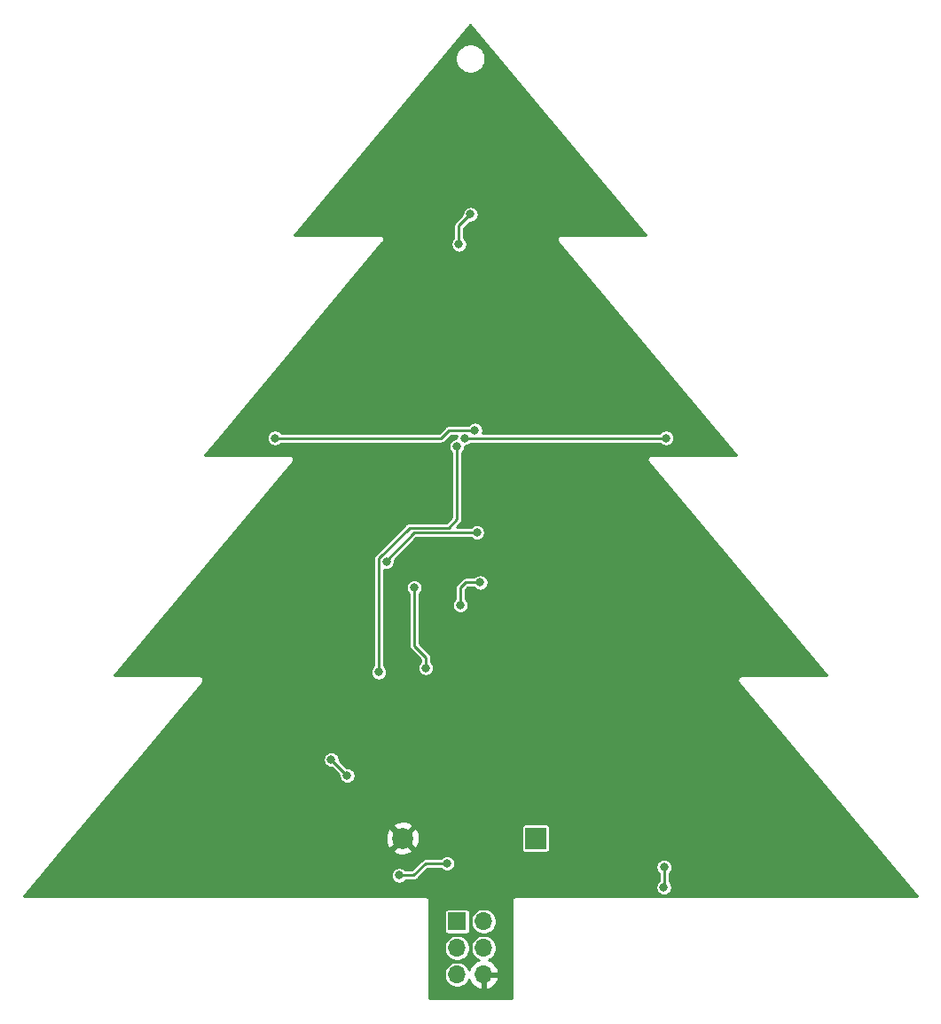
<source format=gbl>
G04 #@! TF.GenerationSoftware,KiCad,Pcbnew,(5.1.10-1-10_14)*
G04 #@! TF.CreationDate,2021-11-27T23:13:30-07:00*
G04 #@! TF.ProjectId,ChristmasTreePCB,43687269-7374-46d6-9173-547265655043,rev?*
G04 #@! TF.SameCoordinates,Original*
G04 #@! TF.FileFunction,Copper,L2,Bot*
G04 #@! TF.FilePolarity,Positive*
%FSLAX46Y46*%
G04 Gerber Fmt 4.6, Leading zero omitted, Abs format (unit mm)*
G04 Created by KiCad (PCBNEW (5.1.10-1-10_14)) date 2021-11-27 23:13:30*
%MOMM*%
%LPD*%
G01*
G04 APERTURE LIST*
G04 #@! TA.AperFunction,ComponentPad*
%ADD10R,1.700000X1.700000*%
G04 #@! TD*
G04 #@! TA.AperFunction,ComponentPad*
%ADD11O,1.700000X1.700000*%
G04 #@! TD*
G04 #@! TA.AperFunction,ComponentPad*
%ADD12R,2.000000X2.000000*%
G04 #@! TD*
G04 #@! TA.AperFunction,ComponentPad*
%ADD13C,2.000000*%
G04 #@! TD*
G04 #@! TA.AperFunction,ViaPad*
%ADD14C,0.800000*%
G04 #@! TD*
G04 #@! TA.AperFunction,Conductor*
%ADD15C,0.254000*%
G04 #@! TD*
G04 #@! TA.AperFunction,Conductor*
%ADD16C,0.100000*%
G04 #@! TD*
G04 APERTURE END LIST*
D10*
X231084200Y-110697000D03*
D11*
X233624200Y-110697000D03*
X231084200Y-113237000D03*
X233624200Y-113237000D03*
X231084200Y-115777000D03*
X233624200Y-115777000D03*
D12*
X238583201Y-102753101D03*
D13*
X225883201Y-102753101D03*
D14*
X225548467Y-106302533D03*
X230124000Y-105156000D03*
X232283000Y-102743000D03*
X233680000Y-76708000D03*
X239522000Y-79375000D03*
X264414000Y-86360000D03*
X272669000Y-107315000D03*
X255905000Y-65405000D03*
X247713500Y-44577000D03*
X217233500Y-44450000D03*
X208788000Y-65405000D03*
X200279000Y-86360000D03*
X191643000Y-107442000D03*
X252603000Y-95123000D03*
X233807000Y-80264000D03*
X235712000Y-101092000D03*
X254889000Y-95250000D03*
X230759000Y-78359000D03*
X221107000Y-97917000D03*
X232359200Y-43230800D03*
X231267000Y-46101000D03*
X231055899Y-65362101D03*
X223608989Y-86906011D03*
X213685400Y-64571600D03*
X232791000Y-63817500D03*
X232971990Y-73606010D03*
X224335990Y-76400010D03*
X251023400Y-64571600D03*
X231782900Y-64571600D03*
X231394000Y-80518000D03*
X233299000Y-78359000D03*
X250837056Y-105524944D03*
X250825000Y-107442000D03*
X219075000Y-95250000D03*
X220599000Y-96774000D03*
X228077900Y-86501100D03*
X226998400Y-78817600D03*
D15*
X225548467Y-106302533D02*
X226945467Y-106302533D01*
X226945467Y-106302533D02*
X228092000Y-105156000D01*
X228092000Y-105156000D02*
X230124000Y-105156000D01*
X232359200Y-43230800D02*
X231267000Y-44323000D01*
X231267000Y-44323000D02*
X231267000Y-46101000D01*
X231055899Y-65362101D02*
X231055899Y-65425601D01*
X231055899Y-72347101D02*
X231055899Y-65362101D01*
X230280981Y-73122019D02*
X231055899Y-72347101D01*
X226538019Y-73122019D02*
X230280981Y-73122019D01*
X223608989Y-76051049D02*
X226538019Y-73122019D01*
X223608989Y-86906011D02*
X223608989Y-76051049D01*
X229560400Y-64571600D02*
X213685400Y-64571600D01*
X230314500Y-63817500D02*
X229560400Y-64571600D01*
X232791000Y-63817500D02*
X230314500Y-63817500D01*
X224335990Y-76400010D02*
X224335990Y-76253990D01*
X226983970Y-73606010D02*
X232971990Y-73606010D01*
X224335990Y-76253990D02*
X226983970Y-73606010D01*
X231782900Y-64571600D02*
X251023400Y-64571600D01*
X231902000Y-78359000D02*
X233299000Y-78359000D01*
X231394000Y-78867000D02*
X231902000Y-78359000D01*
X231394000Y-80518000D02*
X231394000Y-78867000D01*
X250837056Y-107429944D02*
X250825000Y-107442000D01*
X250837056Y-105524944D02*
X250837056Y-107429944D01*
X219075000Y-95250000D02*
X220599000Y-96774000D01*
X228077900Y-85485100D02*
X228077900Y-86501100D01*
X226998400Y-84405600D02*
X228077900Y-85485100D01*
X226998400Y-78817600D02*
X226998400Y-84405600D01*
X249116754Y-45187000D02*
X241024657Y-45187000D01*
X241022579Y-45186609D01*
X240984770Y-45187000D01*
X240966859Y-45187000D01*
X240964758Y-45187207D01*
X240942609Y-45187436D01*
X240925055Y-45191117D01*
X240907210Y-45192875D01*
X240886010Y-45199306D01*
X240864337Y-45203851D01*
X240847849Y-45210882D01*
X240830679Y-45216090D01*
X240811133Y-45226538D01*
X240790771Y-45235220D01*
X240775974Y-45245331D01*
X240760147Y-45253790D01*
X240743016Y-45267849D01*
X240724738Y-45280338D01*
X240712194Y-45293144D01*
X240698326Y-45304526D01*
X240684267Y-45321656D01*
X240668776Y-45337472D01*
X240658973Y-45352476D01*
X240647590Y-45366347D01*
X240637144Y-45385890D01*
X240625035Y-45404425D01*
X240618346Y-45421059D01*
X240609890Y-45436879D01*
X240603459Y-45458079D01*
X240595197Y-45478625D01*
X240591882Y-45496246D01*
X240586675Y-45513410D01*
X240584503Y-45535461D01*
X240580409Y-45557221D01*
X240580594Y-45575147D01*
X240578836Y-45593000D01*
X240581007Y-45615042D01*
X240581236Y-45637191D01*
X240584917Y-45654745D01*
X240586675Y-45672590D01*
X240593106Y-45693790D01*
X240597651Y-45715463D01*
X240604682Y-45731951D01*
X240609890Y-45749121D01*
X240620338Y-45768667D01*
X240629020Y-45789029D01*
X240639131Y-45803827D01*
X240647590Y-45819653D01*
X240661649Y-45836784D01*
X240662834Y-45838518D01*
X240674268Y-45852160D01*
X240698326Y-45881474D01*
X240699967Y-45882821D01*
X257744354Y-66218200D01*
X249652257Y-66218200D01*
X249650179Y-66217809D01*
X249612370Y-66218200D01*
X249594459Y-66218200D01*
X249592358Y-66218407D01*
X249570209Y-66218636D01*
X249552655Y-66222317D01*
X249534810Y-66224075D01*
X249513610Y-66230506D01*
X249491937Y-66235051D01*
X249475449Y-66242082D01*
X249458279Y-66247290D01*
X249438733Y-66257738D01*
X249418371Y-66266420D01*
X249403574Y-66276531D01*
X249387747Y-66284990D01*
X249370616Y-66299049D01*
X249352338Y-66311538D01*
X249339794Y-66324344D01*
X249325926Y-66335726D01*
X249311867Y-66352856D01*
X249296376Y-66368672D01*
X249286573Y-66383676D01*
X249275190Y-66397547D01*
X249264744Y-66417090D01*
X249252635Y-66435625D01*
X249245946Y-66452259D01*
X249237490Y-66468079D01*
X249231059Y-66489279D01*
X249222797Y-66509825D01*
X249219482Y-66527446D01*
X249214275Y-66544610D01*
X249212103Y-66566661D01*
X249208009Y-66588421D01*
X249208194Y-66606347D01*
X249206436Y-66624200D01*
X249208607Y-66646242D01*
X249208836Y-66668391D01*
X249212517Y-66685945D01*
X249214275Y-66703790D01*
X249220706Y-66724990D01*
X249225251Y-66746663D01*
X249232282Y-66763151D01*
X249237490Y-66780321D01*
X249247938Y-66799867D01*
X249256620Y-66820229D01*
X249266731Y-66835027D01*
X249275190Y-66850853D01*
X249289249Y-66867984D01*
X249290434Y-66869718D01*
X249301868Y-66883360D01*
X249325926Y-66912674D01*
X249327567Y-66914021D01*
X266371954Y-87249400D01*
X258279857Y-87249400D01*
X258277779Y-87249009D01*
X258239970Y-87249400D01*
X258222059Y-87249400D01*
X258219958Y-87249607D01*
X258197809Y-87249836D01*
X258180255Y-87253517D01*
X258162410Y-87255275D01*
X258141210Y-87261706D01*
X258119537Y-87266251D01*
X258103049Y-87273282D01*
X258085879Y-87278490D01*
X258066333Y-87288938D01*
X258045971Y-87297620D01*
X258031174Y-87307731D01*
X258015347Y-87316190D01*
X257998216Y-87330249D01*
X257979938Y-87342738D01*
X257967394Y-87355544D01*
X257953526Y-87366926D01*
X257939467Y-87384056D01*
X257923976Y-87399872D01*
X257914173Y-87414876D01*
X257902790Y-87428747D01*
X257892344Y-87448290D01*
X257880235Y-87466825D01*
X257873546Y-87483459D01*
X257865090Y-87499279D01*
X257858659Y-87520479D01*
X257850397Y-87541025D01*
X257847082Y-87558646D01*
X257841875Y-87575810D01*
X257839703Y-87597861D01*
X257835609Y-87619621D01*
X257835794Y-87637547D01*
X257834036Y-87655400D01*
X257836207Y-87677442D01*
X257836436Y-87699591D01*
X257840117Y-87717145D01*
X257841875Y-87734990D01*
X257848306Y-87756190D01*
X257852851Y-87777863D01*
X257859882Y-87794351D01*
X257865090Y-87811521D01*
X257875538Y-87831067D01*
X257884220Y-87851429D01*
X257894331Y-87866227D01*
X257902790Y-87882053D01*
X257916849Y-87899184D01*
X257918034Y-87900918D01*
X257929468Y-87914560D01*
X257953526Y-87943874D01*
X257955167Y-87945221D01*
X274999554Y-108280600D01*
X236697140Y-108280600D01*
X236677200Y-108278636D01*
X236657259Y-108280600D01*
X236597610Y-108286475D01*
X236521079Y-108309690D01*
X236450547Y-108347390D01*
X236388726Y-108398126D01*
X236337990Y-108459947D01*
X236300290Y-108530479D01*
X236277075Y-108607010D01*
X236269236Y-108686600D01*
X236271200Y-108706541D01*
X236271201Y-118034200D01*
X228447200Y-118034200D01*
X228447200Y-115655757D01*
X229853200Y-115655757D01*
X229853200Y-115898243D01*
X229900507Y-116136069D01*
X229993302Y-116360097D01*
X230128020Y-116561717D01*
X230299483Y-116733180D01*
X230501103Y-116867898D01*
X230725131Y-116960693D01*
X230962957Y-117008000D01*
X231205443Y-117008000D01*
X231443269Y-116960693D01*
X231667297Y-116867898D01*
X231868917Y-116733180D01*
X232040380Y-116561717D01*
X232175098Y-116360097D01*
X232219109Y-116253846D01*
X232227375Y-116281099D01*
X232352559Y-116543920D01*
X232526612Y-116777269D01*
X232742845Y-116972178D01*
X232992948Y-117121157D01*
X233267309Y-117218481D01*
X233497200Y-117097814D01*
X233497200Y-115904000D01*
X233751200Y-115904000D01*
X233751200Y-117097814D01*
X233981091Y-117218481D01*
X234255452Y-117121157D01*
X234505555Y-116972178D01*
X234721788Y-116777269D01*
X234895841Y-116543920D01*
X235021025Y-116281099D01*
X235065676Y-116133890D01*
X234944355Y-115904000D01*
X233751200Y-115904000D01*
X233497200Y-115904000D01*
X233477200Y-115904000D01*
X233477200Y-115650000D01*
X233497200Y-115650000D01*
X233497200Y-115630000D01*
X233751200Y-115630000D01*
X233751200Y-115650000D01*
X234944355Y-115650000D01*
X235065676Y-115420110D01*
X235021025Y-115272901D01*
X234895841Y-115010080D01*
X234721788Y-114776731D01*
X234505555Y-114581822D01*
X234255452Y-114432843D01*
X234093032Y-114375228D01*
X234207297Y-114327898D01*
X234408917Y-114193180D01*
X234580380Y-114021717D01*
X234715098Y-113820097D01*
X234807893Y-113596069D01*
X234855200Y-113358243D01*
X234855200Y-113115757D01*
X234807893Y-112877931D01*
X234715098Y-112653903D01*
X234580380Y-112452283D01*
X234408917Y-112280820D01*
X234207297Y-112146102D01*
X233983269Y-112053307D01*
X233745443Y-112006000D01*
X233502957Y-112006000D01*
X233265131Y-112053307D01*
X233041103Y-112146102D01*
X232839483Y-112280820D01*
X232668020Y-112452283D01*
X232533302Y-112653903D01*
X232440507Y-112877931D01*
X232393200Y-113115757D01*
X232393200Y-113358243D01*
X232440507Y-113596069D01*
X232533302Y-113820097D01*
X232668020Y-114021717D01*
X232839483Y-114193180D01*
X233041103Y-114327898D01*
X233155368Y-114375228D01*
X232992948Y-114432843D01*
X232742845Y-114581822D01*
X232526612Y-114776731D01*
X232352559Y-115010080D01*
X232227375Y-115272901D01*
X232219109Y-115300154D01*
X232175098Y-115193903D01*
X232040380Y-114992283D01*
X231868917Y-114820820D01*
X231667297Y-114686102D01*
X231443269Y-114593307D01*
X231205443Y-114546000D01*
X230962957Y-114546000D01*
X230725131Y-114593307D01*
X230501103Y-114686102D01*
X230299483Y-114820820D01*
X230128020Y-114992283D01*
X229993302Y-115193903D01*
X229900507Y-115417931D01*
X229853200Y-115655757D01*
X228447200Y-115655757D01*
X228447200Y-113115757D01*
X229853200Y-113115757D01*
X229853200Y-113358243D01*
X229900507Y-113596069D01*
X229993302Y-113820097D01*
X230128020Y-114021717D01*
X230299483Y-114193180D01*
X230501103Y-114327898D01*
X230725131Y-114420693D01*
X230962957Y-114468000D01*
X231205443Y-114468000D01*
X231443269Y-114420693D01*
X231667297Y-114327898D01*
X231868917Y-114193180D01*
X232040380Y-114021717D01*
X232175098Y-113820097D01*
X232267893Y-113596069D01*
X232315200Y-113358243D01*
X232315200Y-113115757D01*
X232267893Y-112877931D01*
X232175098Y-112653903D01*
X232040380Y-112452283D01*
X231868917Y-112280820D01*
X231667297Y-112146102D01*
X231443269Y-112053307D01*
X231205443Y-112006000D01*
X230962957Y-112006000D01*
X230725131Y-112053307D01*
X230501103Y-112146102D01*
X230299483Y-112280820D01*
X230128020Y-112452283D01*
X229993302Y-112653903D01*
X229900507Y-112877931D01*
X229853200Y-113115757D01*
X228447200Y-113115757D01*
X228447200Y-109847000D01*
X229851357Y-109847000D01*
X229851357Y-111547000D01*
X229858713Y-111621689D01*
X229880499Y-111693508D01*
X229915878Y-111759696D01*
X229963489Y-111817711D01*
X230021504Y-111865322D01*
X230087692Y-111900701D01*
X230159511Y-111922487D01*
X230234200Y-111929843D01*
X231934200Y-111929843D01*
X232008889Y-111922487D01*
X232080708Y-111900701D01*
X232146896Y-111865322D01*
X232204911Y-111817711D01*
X232252522Y-111759696D01*
X232287901Y-111693508D01*
X232309687Y-111621689D01*
X232317043Y-111547000D01*
X232317043Y-110575757D01*
X232393200Y-110575757D01*
X232393200Y-110818243D01*
X232440507Y-111056069D01*
X232533302Y-111280097D01*
X232668020Y-111481717D01*
X232839483Y-111653180D01*
X233041103Y-111787898D01*
X233265131Y-111880693D01*
X233502957Y-111928000D01*
X233745443Y-111928000D01*
X233983269Y-111880693D01*
X234207297Y-111787898D01*
X234408917Y-111653180D01*
X234580380Y-111481717D01*
X234715098Y-111280097D01*
X234807893Y-111056069D01*
X234855200Y-110818243D01*
X234855200Y-110575757D01*
X234807893Y-110337931D01*
X234715098Y-110113903D01*
X234580380Y-109912283D01*
X234408917Y-109740820D01*
X234207297Y-109606102D01*
X233983269Y-109513307D01*
X233745443Y-109466000D01*
X233502957Y-109466000D01*
X233265131Y-109513307D01*
X233041103Y-109606102D01*
X232839483Y-109740820D01*
X232668020Y-109912283D01*
X232533302Y-110113903D01*
X232440507Y-110337931D01*
X232393200Y-110575757D01*
X232317043Y-110575757D01*
X232317043Y-109847000D01*
X232309687Y-109772311D01*
X232287901Y-109700492D01*
X232252522Y-109634304D01*
X232204911Y-109576289D01*
X232146896Y-109528678D01*
X232080708Y-109493299D01*
X232008889Y-109471513D01*
X231934200Y-109464157D01*
X230234200Y-109464157D01*
X230159511Y-109471513D01*
X230087692Y-109493299D01*
X230021504Y-109528678D01*
X229963489Y-109576289D01*
X229915878Y-109634304D01*
X229880499Y-109700492D01*
X229858713Y-109772311D01*
X229851357Y-109847000D01*
X228447200Y-109847000D01*
X228447200Y-108706541D01*
X228449164Y-108686600D01*
X228441325Y-108607010D01*
X228418110Y-108530479D01*
X228380410Y-108459947D01*
X228329674Y-108398126D01*
X228267853Y-108347390D01*
X228197321Y-108309690D01*
X228120790Y-108286475D01*
X228061141Y-108280600D01*
X228061140Y-108280600D01*
X228041200Y-108278636D01*
X228021259Y-108280600D01*
X189718845Y-108280600D01*
X190486202Y-107365078D01*
X250044000Y-107365078D01*
X250044000Y-107518922D01*
X250074013Y-107669809D01*
X250132887Y-107811942D01*
X250218358Y-107939859D01*
X250327141Y-108048642D01*
X250455058Y-108134113D01*
X250597191Y-108192987D01*
X250748078Y-108223000D01*
X250901922Y-108223000D01*
X251052809Y-108192987D01*
X251194942Y-108134113D01*
X251322859Y-108048642D01*
X251431642Y-107939859D01*
X251517113Y-107811942D01*
X251575987Y-107669809D01*
X251606000Y-107518922D01*
X251606000Y-107365078D01*
X251575987Y-107214191D01*
X251517113Y-107072058D01*
X251431642Y-106944141D01*
X251345056Y-106857555D01*
X251345056Y-106121445D01*
X251443698Y-106022803D01*
X251529169Y-105894886D01*
X251588043Y-105752753D01*
X251618056Y-105601866D01*
X251618056Y-105448022D01*
X251588043Y-105297135D01*
X251529169Y-105155002D01*
X251443698Y-105027085D01*
X251334915Y-104918302D01*
X251206998Y-104832831D01*
X251064865Y-104773957D01*
X250913978Y-104743944D01*
X250760134Y-104743944D01*
X250609247Y-104773957D01*
X250467114Y-104832831D01*
X250339197Y-104918302D01*
X250230414Y-105027085D01*
X250144943Y-105155002D01*
X250086069Y-105297135D01*
X250056056Y-105448022D01*
X250056056Y-105601866D01*
X250086069Y-105752753D01*
X250144943Y-105894886D01*
X250230414Y-106022803D01*
X250329056Y-106121445D01*
X250329057Y-106834078D01*
X250327141Y-106835358D01*
X250218358Y-106944141D01*
X250132887Y-107072058D01*
X250074013Y-107214191D01*
X250044000Y-107365078D01*
X190486202Y-107365078D01*
X191441263Y-106225611D01*
X224767467Y-106225611D01*
X224767467Y-106379455D01*
X224797480Y-106530342D01*
X224856354Y-106672475D01*
X224941825Y-106800392D01*
X225050608Y-106909175D01*
X225178525Y-106994646D01*
X225320658Y-107053520D01*
X225471545Y-107083533D01*
X225625389Y-107083533D01*
X225776276Y-107053520D01*
X225918409Y-106994646D01*
X226046326Y-106909175D01*
X226144968Y-106810533D01*
X226920523Y-106810533D01*
X226945467Y-106812990D01*
X226970411Y-106810533D01*
X226970414Y-106810533D01*
X227045052Y-106803182D01*
X227140810Y-106774134D01*
X227229062Y-106726962D01*
X227306415Y-106663481D01*
X227322322Y-106644098D01*
X228302420Y-105664000D01*
X229527499Y-105664000D01*
X229626141Y-105762642D01*
X229754058Y-105848113D01*
X229896191Y-105906987D01*
X230047078Y-105937000D01*
X230200922Y-105937000D01*
X230351809Y-105906987D01*
X230493942Y-105848113D01*
X230621859Y-105762642D01*
X230730642Y-105653859D01*
X230816113Y-105525942D01*
X230874987Y-105383809D01*
X230905000Y-105232922D01*
X230905000Y-105079078D01*
X230874987Y-104928191D01*
X230816113Y-104786058D01*
X230730642Y-104658141D01*
X230621859Y-104549358D01*
X230493942Y-104463887D01*
X230351809Y-104405013D01*
X230200922Y-104375000D01*
X230047078Y-104375000D01*
X229896191Y-104405013D01*
X229754058Y-104463887D01*
X229626141Y-104549358D01*
X229527499Y-104648000D01*
X228116944Y-104648000D01*
X228092000Y-104645543D01*
X228067056Y-104648000D01*
X228067053Y-104648000D01*
X227992415Y-104655351D01*
X227896657Y-104684399D01*
X227808405Y-104731571D01*
X227731052Y-104795052D01*
X227715145Y-104814435D01*
X226735047Y-105794533D01*
X226144968Y-105794533D01*
X226046326Y-105695891D01*
X225918409Y-105610420D01*
X225776276Y-105551546D01*
X225625389Y-105521533D01*
X225471545Y-105521533D01*
X225320658Y-105551546D01*
X225178525Y-105610420D01*
X225050608Y-105695891D01*
X224941825Y-105804674D01*
X224856354Y-105932591D01*
X224797480Y-106074724D01*
X224767467Y-106225611D01*
X191441263Y-106225611D01*
X193400134Y-103888514D01*
X224927393Y-103888514D01*
X225023157Y-104152915D01*
X225312772Y-104293805D01*
X225624309Y-104375485D01*
X225945796Y-104394819D01*
X226264876Y-104351062D01*
X226569289Y-104245896D01*
X226743245Y-104152915D01*
X226839009Y-103888514D01*
X225883201Y-102932706D01*
X224927393Y-103888514D01*
X193400134Y-103888514D01*
X194299332Y-102815696D01*
X224241483Y-102815696D01*
X224285240Y-103134776D01*
X224390406Y-103439189D01*
X224483387Y-103613145D01*
X224747788Y-103708909D01*
X225703596Y-102753101D01*
X226062806Y-102753101D01*
X227018614Y-103708909D01*
X227283015Y-103613145D01*
X227423905Y-103323530D01*
X227505585Y-103011993D01*
X227524919Y-102690506D01*
X227481162Y-102371426D01*
X227375996Y-102067013D01*
X227283015Y-101893057D01*
X227018614Y-101797293D01*
X226062806Y-102753101D01*
X225703596Y-102753101D01*
X224747788Y-101797293D01*
X224483387Y-101893057D01*
X224342497Y-102182672D01*
X224260817Y-102494209D01*
X224241483Y-102815696D01*
X194299332Y-102815696D01*
X195303459Y-101617688D01*
X224927393Y-101617688D01*
X225883201Y-102573496D01*
X226703596Y-101753101D01*
X237200358Y-101753101D01*
X237200358Y-103753101D01*
X237207714Y-103827790D01*
X237229500Y-103899609D01*
X237264879Y-103965797D01*
X237312490Y-104023812D01*
X237370505Y-104071423D01*
X237436693Y-104106802D01*
X237508512Y-104128588D01*
X237583201Y-104135944D01*
X239583201Y-104135944D01*
X239657890Y-104128588D01*
X239729709Y-104106802D01*
X239795897Y-104071423D01*
X239853912Y-104023812D01*
X239901523Y-103965797D01*
X239936902Y-103899609D01*
X239958688Y-103827790D01*
X239966044Y-103753101D01*
X239966044Y-101753101D01*
X239958688Y-101678412D01*
X239936902Y-101606593D01*
X239901523Y-101540405D01*
X239853912Y-101482390D01*
X239795897Y-101434779D01*
X239729709Y-101399400D01*
X239657890Y-101377614D01*
X239583201Y-101370258D01*
X237583201Y-101370258D01*
X237508512Y-101377614D01*
X237436693Y-101399400D01*
X237370505Y-101434779D01*
X237312490Y-101482390D01*
X237264879Y-101540405D01*
X237229500Y-101606593D01*
X237207714Y-101678412D01*
X237200358Y-101753101D01*
X226703596Y-101753101D01*
X226839009Y-101617688D01*
X226743245Y-101353287D01*
X226453630Y-101212397D01*
X226142093Y-101130717D01*
X225820606Y-101111383D01*
X225501526Y-101155140D01*
X225197113Y-101260306D01*
X225023157Y-101353287D01*
X224927393Y-101617688D01*
X195303459Y-101617688D01*
X200705102Y-95173078D01*
X218294000Y-95173078D01*
X218294000Y-95326922D01*
X218324013Y-95477809D01*
X218382887Y-95619942D01*
X218468358Y-95747859D01*
X218577141Y-95856642D01*
X218705058Y-95942113D01*
X218847191Y-96000987D01*
X218998078Y-96031000D01*
X219137580Y-96031000D01*
X219818000Y-96711421D01*
X219818000Y-96850922D01*
X219848013Y-97001809D01*
X219906887Y-97143942D01*
X219992358Y-97271859D01*
X220101141Y-97380642D01*
X220229058Y-97466113D01*
X220371191Y-97524987D01*
X220522078Y-97555000D01*
X220675922Y-97555000D01*
X220826809Y-97524987D01*
X220968942Y-97466113D01*
X221096859Y-97380642D01*
X221205642Y-97271859D01*
X221291113Y-97143942D01*
X221349987Y-97001809D01*
X221380000Y-96850922D01*
X221380000Y-96697078D01*
X221349987Y-96546191D01*
X221291113Y-96404058D01*
X221205642Y-96276141D01*
X221096859Y-96167358D01*
X220968942Y-96081887D01*
X220826809Y-96023013D01*
X220675922Y-95993000D01*
X220536421Y-95993000D01*
X219856000Y-95312580D01*
X219856000Y-95173078D01*
X219825987Y-95022191D01*
X219767113Y-94880058D01*
X219681642Y-94752141D01*
X219572859Y-94643358D01*
X219444942Y-94557887D01*
X219302809Y-94499013D01*
X219151922Y-94469000D01*
X218998078Y-94469000D01*
X218847191Y-94499013D01*
X218705058Y-94557887D01*
X218577141Y-94643358D01*
X218468358Y-94752141D01*
X218382887Y-94880058D01*
X218324013Y-95022191D01*
X218294000Y-95173078D01*
X200705102Y-95173078D01*
X206763236Y-87945219D01*
X206764874Y-87943874D01*
X206788893Y-87914608D01*
X206800366Y-87900919D01*
X206801555Y-87899179D01*
X206815610Y-87882053D01*
X206824067Y-87866231D01*
X206834180Y-87851430D01*
X206842865Y-87831063D01*
X206853310Y-87811521D01*
X206858517Y-87794355D01*
X206865549Y-87777864D01*
X206870095Y-87756188D01*
X206876525Y-87734990D01*
X206878283Y-87717146D01*
X206881964Y-87699591D01*
X206882193Y-87677442D01*
X206884364Y-87655400D01*
X206882606Y-87637547D01*
X206882791Y-87619621D01*
X206878697Y-87597861D01*
X206876525Y-87575810D01*
X206871318Y-87558646D01*
X206868003Y-87541025D01*
X206859741Y-87520479D01*
X206853310Y-87499279D01*
X206844854Y-87483459D01*
X206838165Y-87466825D01*
X206826056Y-87448290D01*
X206815610Y-87428747D01*
X206804227Y-87414876D01*
X206794424Y-87399872D01*
X206778933Y-87384056D01*
X206764874Y-87366926D01*
X206751006Y-87355544D01*
X206738462Y-87342738D01*
X206720184Y-87330249D01*
X206703053Y-87316190D01*
X206687226Y-87307731D01*
X206672429Y-87297620D01*
X206652067Y-87288938D01*
X206632521Y-87278490D01*
X206615351Y-87273282D01*
X206598863Y-87266251D01*
X206577190Y-87261706D01*
X206555990Y-87255275D01*
X206538145Y-87253517D01*
X206520591Y-87249836D01*
X206498442Y-87249607D01*
X206496341Y-87249400D01*
X206478430Y-87249400D01*
X206440620Y-87249009D01*
X206438542Y-87249400D01*
X198346445Y-87249400D01*
X215390836Y-66914019D01*
X215392474Y-66912674D01*
X215416493Y-66883408D01*
X215427966Y-66869719D01*
X215429155Y-66867979D01*
X215443210Y-66850853D01*
X215451667Y-66835031D01*
X215461780Y-66820230D01*
X215470465Y-66799863D01*
X215480910Y-66780321D01*
X215486117Y-66763155D01*
X215493149Y-66746664D01*
X215497695Y-66724988D01*
X215504125Y-66703790D01*
X215505883Y-66685946D01*
X215509564Y-66668391D01*
X215509793Y-66646242D01*
X215511964Y-66624200D01*
X215510206Y-66606347D01*
X215510391Y-66588421D01*
X215506297Y-66566661D01*
X215504125Y-66544610D01*
X215498918Y-66527446D01*
X215495603Y-66509825D01*
X215487341Y-66489279D01*
X215480910Y-66468079D01*
X215472454Y-66452259D01*
X215465765Y-66435625D01*
X215453656Y-66417090D01*
X215443210Y-66397547D01*
X215431827Y-66383676D01*
X215422024Y-66368672D01*
X215406533Y-66352856D01*
X215392474Y-66335726D01*
X215378606Y-66324344D01*
X215366062Y-66311538D01*
X215347784Y-66299049D01*
X215330653Y-66284990D01*
X215314826Y-66276531D01*
X215300029Y-66266420D01*
X215279667Y-66257738D01*
X215260121Y-66247290D01*
X215242951Y-66242082D01*
X215226463Y-66235051D01*
X215204790Y-66230506D01*
X215183590Y-66224075D01*
X215165745Y-66222317D01*
X215148191Y-66218636D01*
X215126042Y-66218407D01*
X215123941Y-66218200D01*
X215106030Y-66218200D01*
X215068220Y-66217809D01*
X215066142Y-66218200D01*
X206974045Y-66218200D01*
X208418639Y-64494678D01*
X212904400Y-64494678D01*
X212904400Y-64648522D01*
X212934413Y-64799409D01*
X212993287Y-64941542D01*
X213078758Y-65069459D01*
X213187541Y-65178242D01*
X213315458Y-65263713D01*
X213457591Y-65322587D01*
X213608478Y-65352600D01*
X213762322Y-65352600D01*
X213913209Y-65322587D01*
X214055342Y-65263713D01*
X214183259Y-65178242D01*
X214281901Y-65079600D01*
X229535456Y-65079600D01*
X229560400Y-65082057D01*
X229585344Y-65079600D01*
X229585347Y-65079600D01*
X229659985Y-65072249D01*
X229755743Y-65043201D01*
X229843995Y-64996029D01*
X229921348Y-64932548D01*
X229937255Y-64913165D01*
X230524921Y-64325500D01*
X231039489Y-64325500D01*
X231031913Y-64343791D01*
X231001900Y-64494678D01*
X231001900Y-64581101D01*
X230978977Y-64581101D01*
X230828090Y-64611114D01*
X230685957Y-64669988D01*
X230558040Y-64755459D01*
X230449257Y-64864242D01*
X230363786Y-64992159D01*
X230304912Y-65134292D01*
X230274899Y-65285179D01*
X230274899Y-65439023D01*
X230304912Y-65589910D01*
X230363786Y-65732043D01*
X230449257Y-65859960D01*
X230547900Y-65958603D01*
X230547899Y-72136681D01*
X230070561Y-72614019D01*
X226562963Y-72614019D01*
X226538019Y-72611562D01*
X226513075Y-72614019D01*
X226513072Y-72614019D01*
X226438434Y-72621370D01*
X226342676Y-72650418D01*
X226301595Y-72672376D01*
X226254423Y-72697590D01*
X226241679Y-72708049D01*
X226177071Y-72761071D01*
X226161169Y-72780448D01*
X223267419Y-75674199D01*
X223248042Y-75690101D01*
X223232140Y-75709478D01*
X223232139Y-75709479D01*
X223184560Y-75767454D01*
X223137389Y-75855706D01*
X223108341Y-75951465D01*
X223098532Y-76051049D01*
X223100990Y-76076003D01*
X223100989Y-86309510D01*
X223002347Y-86408152D01*
X222916876Y-86536069D01*
X222858002Y-86678202D01*
X222827989Y-86829089D01*
X222827989Y-86982933D01*
X222858002Y-87133820D01*
X222916876Y-87275953D01*
X223002347Y-87403870D01*
X223111130Y-87512653D01*
X223239047Y-87598124D01*
X223381180Y-87656998D01*
X223532067Y-87687011D01*
X223685911Y-87687011D01*
X223836798Y-87656998D01*
X223978931Y-87598124D01*
X224106848Y-87512653D01*
X224215631Y-87403870D01*
X224301102Y-87275953D01*
X224359976Y-87133820D01*
X224389989Y-86982933D01*
X224389989Y-86829089D01*
X224359976Y-86678202D01*
X224301102Y-86536069D01*
X224215631Y-86408152D01*
X224116989Y-86309510D01*
X224116989Y-78740678D01*
X226217400Y-78740678D01*
X226217400Y-78894522D01*
X226247413Y-79045409D01*
X226306287Y-79187542D01*
X226391758Y-79315459D01*
X226490400Y-79414101D01*
X226490401Y-84380646D01*
X226487943Y-84405600D01*
X226497752Y-84505184D01*
X226526800Y-84600943D01*
X226573971Y-84689195D01*
X226621550Y-84747170D01*
X226637453Y-84766548D01*
X226656830Y-84782450D01*
X227569900Y-85695520D01*
X227569900Y-85904599D01*
X227471258Y-86003241D01*
X227385787Y-86131158D01*
X227326913Y-86273291D01*
X227296900Y-86424178D01*
X227296900Y-86578022D01*
X227326913Y-86728909D01*
X227385787Y-86871042D01*
X227471258Y-86998959D01*
X227580041Y-87107742D01*
X227707958Y-87193213D01*
X227850091Y-87252087D01*
X228000978Y-87282100D01*
X228154822Y-87282100D01*
X228305709Y-87252087D01*
X228447842Y-87193213D01*
X228575759Y-87107742D01*
X228684542Y-86998959D01*
X228770013Y-86871042D01*
X228828887Y-86728909D01*
X228858900Y-86578022D01*
X228858900Y-86424178D01*
X228828887Y-86273291D01*
X228770013Y-86131158D01*
X228684542Y-86003241D01*
X228585900Y-85904599D01*
X228585900Y-85510044D01*
X228588357Y-85485100D01*
X228585900Y-85460153D01*
X228578549Y-85385515D01*
X228549501Y-85289757D01*
X228502329Y-85201505D01*
X228438848Y-85124152D01*
X228419465Y-85108245D01*
X227506400Y-84195180D01*
X227506400Y-80441078D01*
X230613000Y-80441078D01*
X230613000Y-80594922D01*
X230643013Y-80745809D01*
X230701887Y-80887942D01*
X230787358Y-81015859D01*
X230896141Y-81124642D01*
X231024058Y-81210113D01*
X231166191Y-81268987D01*
X231317078Y-81299000D01*
X231470922Y-81299000D01*
X231621809Y-81268987D01*
X231763942Y-81210113D01*
X231891859Y-81124642D01*
X232000642Y-81015859D01*
X232086113Y-80887942D01*
X232144987Y-80745809D01*
X232175000Y-80594922D01*
X232175000Y-80441078D01*
X232144987Y-80290191D01*
X232086113Y-80148058D01*
X232000642Y-80020141D01*
X231902000Y-79921499D01*
X231902000Y-79077420D01*
X232112421Y-78867000D01*
X232702499Y-78867000D01*
X232801141Y-78965642D01*
X232929058Y-79051113D01*
X233071191Y-79109987D01*
X233222078Y-79140000D01*
X233375922Y-79140000D01*
X233526809Y-79109987D01*
X233668942Y-79051113D01*
X233796859Y-78965642D01*
X233905642Y-78856859D01*
X233991113Y-78728942D01*
X234049987Y-78586809D01*
X234080000Y-78435922D01*
X234080000Y-78282078D01*
X234049987Y-78131191D01*
X233991113Y-77989058D01*
X233905642Y-77861141D01*
X233796859Y-77752358D01*
X233668942Y-77666887D01*
X233526809Y-77608013D01*
X233375922Y-77578000D01*
X233222078Y-77578000D01*
X233071191Y-77608013D01*
X232929058Y-77666887D01*
X232801141Y-77752358D01*
X232702499Y-77851000D01*
X231926943Y-77851000D01*
X231901999Y-77848543D01*
X231877055Y-77851000D01*
X231877053Y-77851000D01*
X231802415Y-77858351D01*
X231706657Y-77887399D01*
X231706655Y-77887400D01*
X231618404Y-77934571D01*
X231563810Y-77979376D01*
X231541052Y-77998052D01*
X231525149Y-78017430D01*
X231052430Y-78490150D01*
X231033053Y-78506052D01*
X231017151Y-78525429D01*
X231017150Y-78525430D01*
X230969571Y-78583405D01*
X230922400Y-78671657D01*
X230908338Y-78718015D01*
X230893352Y-78767416D01*
X230883543Y-78867000D01*
X230886001Y-78891954D01*
X230886000Y-79921499D01*
X230787358Y-80020141D01*
X230701887Y-80148058D01*
X230643013Y-80290191D01*
X230613000Y-80441078D01*
X227506400Y-80441078D01*
X227506400Y-79414101D01*
X227605042Y-79315459D01*
X227690513Y-79187542D01*
X227749387Y-79045409D01*
X227779400Y-78894522D01*
X227779400Y-78740678D01*
X227749387Y-78589791D01*
X227690513Y-78447658D01*
X227605042Y-78319741D01*
X227496259Y-78210958D01*
X227368342Y-78125487D01*
X227226209Y-78066613D01*
X227075322Y-78036600D01*
X226921478Y-78036600D01*
X226770591Y-78066613D01*
X226628458Y-78125487D01*
X226500541Y-78210958D01*
X226391758Y-78319741D01*
X226306287Y-78447658D01*
X226247413Y-78589791D01*
X226217400Y-78740678D01*
X224116989Y-78740678D01*
X224116989Y-77152749D01*
X224259068Y-77181010D01*
X224412912Y-77181010D01*
X224563799Y-77150997D01*
X224705932Y-77092123D01*
X224833849Y-77006652D01*
X224942632Y-76897869D01*
X225028103Y-76769952D01*
X225086977Y-76627819D01*
X225116990Y-76476932D01*
X225116990Y-76323088D01*
X225095143Y-76213257D01*
X227194391Y-74114010D01*
X232375489Y-74114010D01*
X232474131Y-74212652D01*
X232602048Y-74298123D01*
X232744181Y-74356997D01*
X232895068Y-74387010D01*
X233048912Y-74387010D01*
X233199799Y-74356997D01*
X233341932Y-74298123D01*
X233469849Y-74212652D01*
X233578632Y-74103869D01*
X233664103Y-73975952D01*
X233722977Y-73833819D01*
X233752990Y-73682932D01*
X233752990Y-73529088D01*
X233722977Y-73378201D01*
X233664103Y-73236068D01*
X233578632Y-73108151D01*
X233469849Y-72999368D01*
X233341932Y-72913897D01*
X233199799Y-72855023D01*
X233048912Y-72825010D01*
X232895068Y-72825010D01*
X232744181Y-72855023D01*
X232602048Y-72913897D01*
X232474131Y-72999368D01*
X232375489Y-73098010D01*
X231023410Y-73098010D01*
X231397464Y-72723956D01*
X231416847Y-72708049D01*
X231480328Y-72630696D01*
X231527500Y-72542444D01*
X231556548Y-72446686D01*
X231563899Y-72372048D01*
X231563899Y-72372045D01*
X231566356Y-72347101D01*
X231563899Y-72322157D01*
X231563899Y-65958602D01*
X231662541Y-65859960D01*
X231748012Y-65732043D01*
X231806886Y-65589910D01*
X231836899Y-65439023D01*
X231836899Y-65352600D01*
X231859822Y-65352600D01*
X232010709Y-65322587D01*
X232152842Y-65263713D01*
X232280759Y-65178242D01*
X232379401Y-65079600D01*
X250426899Y-65079600D01*
X250525541Y-65178242D01*
X250653458Y-65263713D01*
X250795591Y-65322587D01*
X250946478Y-65352600D01*
X251100322Y-65352600D01*
X251251209Y-65322587D01*
X251393342Y-65263713D01*
X251521259Y-65178242D01*
X251630042Y-65069459D01*
X251715513Y-64941542D01*
X251774387Y-64799409D01*
X251804400Y-64648522D01*
X251804400Y-64494678D01*
X251774387Y-64343791D01*
X251715513Y-64201658D01*
X251630042Y-64073741D01*
X251521259Y-63964958D01*
X251393342Y-63879487D01*
X251251209Y-63820613D01*
X251100322Y-63790600D01*
X250946478Y-63790600D01*
X250795591Y-63820613D01*
X250653458Y-63879487D01*
X250525541Y-63964958D01*
X250426899Y-64063600D01*
X233534411Y-64063600D01*
X233541987Y-64045309D01*
X233572000Y-63894422D01*
X233572000Y-63740578D01*
X233541987Y-63589691D01*
X233483113Y-63447558D01*
X233397642Y-63319641D01*
X233288859Y-63210858D01*
X233160942Y-63125387D01*
X233018809Y-63066513D01*
X232867922Y-63036500D01*
X232714078Y-63036500D01*
X232563191Y-63066513D01*
X232421058Y-63125387D01*
X232293141Y-63210858D01*
X232194499Y-63309500D01*
X230339443Y-63309500D01*
X230314499Y-63307043D01*
X230289555Y-63309500D01*
X230289553Y-63309500D01*
X230214915Y-63316851D01*
X230119157Y-63345899D01*
X230119155Y-63345900D01*
X230030904Y-63393071D01*
X229976310Y-63437876D01*
X229953552Y-63456552D01*
X229937650Y-63475930D01*
X229349980Y-64063600D01*
X214281901Y-64063600D01*
X214183259Y-63964958D01*
X214055342Y-63879487D01*
X213913209Y-63820613D01*
X213762322Y-63790600D01*
X213608478Y-63790600D01*
X213457591Y-63820613D01*
X213315458Y-63879487D01*
X213187541Y-63964958D01*
X213078758Y-64073741D01*
X212993287Y-64201658D01*
X212934413Y-64343791D01*
X212904400Y-64494678D01*
X208418639Y-64494678D01*
X223900037Y-46024078D01*
X230486000Y-46024078D01*
X230486000Y-46177922D01*
X230516013Y-46328809D01*
X230574887Y-46470942D01*
X230660358Y-46598859D01*
X230769141Y-46707642D01*
X230897058Y-46793113D01*
X231039191Y-46851987D01*
X231190078Y-46882000D01*
X231343922Y-46882000D01*
X231494809Y-46851987D01*
X231636942Y-46793113D01*
X231764859Y-46707642D01*
X231873642Y-46598859D01*
X231959113Y-46470942D01*
X232017987Y-46328809D01*
X232048000Y-46177922D01*
X232048000Y-46024078D01*
X232017987Y-45873191D01*
X231959113Y-45731058D01*
X231873642Y-45603141D01*
X231775000Y-45504499D01*
X231775000Y-44533420D01*
X232296621Y-44011800D01*
X232436122Y-44011800D01*
X232587009Y-43981787D01*
X232729142Y-43922913D01*
X232857059Y-43837442D01*
X232965842Y-43728659D01*
X233051313Y-43600742D01*
X233110187Y-43458609D01*
X233140200Y-43307722D01*
X233140200Y-43153878D01*
X233110187Y-43002991D01*
X233051313Y-42860858D01*
X232965842Y-42732941D01*
X232857059Y-42624158D01*
X232729142Y-42538687D01*
X232587009Y-42479813D01*
X232436122Y-42449800D01*
X232282278Y-42449800D01*
X232131391Y-42479813D01*
X231989258Y-42538687D01*
X231861341Y-42624158D01*
X231752558Y-42732941D01*
X231667087Y-42860858D01*
X231608213Y-43002991D01*
X231578200Y-43153878D01*
X231578200Y-43293379D01*
X230925435Y-43946145D01*
X230906052Y-43962052D01*
X230842571Y-44039405D01*
X230795399Y-44127658D01*
X230766351Y-44223416D01*
X230759000Y-44298053D01*
X230756543Y-44323000D01*
X230759000Y-44347945D01*
X230759001Y-45504498D01*
X230660358Y-45603141D01*
X230574887Y-45731058D01*
X230516013Y-45873191D01*
X230486000Y-46024078D01*
X223900037Y-46024078D01*
X224018436Y-45882819D01*
X224020074Y-45881474D01*
X224044093Y-45852208D01*
X224055566Y-45838519D01*
X224056755Y-45836779D01*
X224070810Y-45819653D01*
X224079267Y-45803831D01*
X224089380Y-45789030D01*
X224098065Y-45768663D01*
X224108510Y-45749121D01*
X224113717Y-45731955D01*
X224120749Y-45715464D01*
X224125295Y-45693788D01*
X224131725Y-45672590D01*
X224133483Y-45654746D01*
X224137164Y-45637191D01*
X224137393Y-45615042D01*
X224139564Y-45593000D01*
X224137806Y-45575147D01*
X224137991Y-45557221D01*
X224133897Y-45535461D01*
X224131725Y-45513410D01*
X224126518Y-45496246D01*
X224123203Y-45478625D01*
X224114941Y-45458079D01*
X224108510Y-45436879D01*
X224100054Y-45421059D01*
X224093365Y-45404425D01*
X224081256Y-45385890D01*
X224070810Y-45366347D01*
X224059427Y-45352476D01*
X224049624Y-45337472D01*
X224034133Y-45321656D01*
X224020074Y-45304526D01*
X224006206Y-45293144D01*
X223993662Y-45280338D01*
X223975384Y-45267849D01*
X223958253Y-45253790D01*
X223942426Y-45245331D01*
X223927629Y-45235220D01*
X223907267Y-45226538D01*
X223887721Y-45216090D01*
X223870551Y-45210882D01*
X223854063Y-45203851D01*
X223832390Y-45199306D01*
X223811190Y-45192875D01*
X223793345Y-45191117D01*
X223775791Y-45187436D01*
X223753642Y-45187207D01*
X223751541Y-45187000D01*
X223733630Y-45187000D01*
X223695820Y-45186609D01*
X223693742Y-45187000D01*
X215601645Y-45187000D01*
X229823902Y-28218659D01*
X230928200Y-28218659D01*
X230928200Y-28500541D01*
X230983193Y-28777007D01*
X231091064Y-29037433D01*
X231247670Y-29271809D01*
X231446991Y-29471130D01*
X231681367Y-29627736D01*
X231941793Y-29735607D01*
X232218259Y-29790600D01*
X232500141Y-29790600D01*
X232776607Y-29735607D01*
X233037033Y-29627736D01*
X233271409Y-29471130D01*
X233470730Y-29271809D01*
X233627336Y-29037433D01*
X233735207Y-28777007D01*
X233790200Y-28500541D01*
X233790200Y-28218659D01*
X233735207Y-27942193D01*
X233627336Y-27681767D01*
X233470730Y-27447391D01*
X233271409Y-27248070D01*
X233037033Y-27091464D01*
X232776607Y-26983593D01*
X232500141Y-26928600D01*
X232218259Y-26928600D01*
X231941793Y-26983593D01*
X231681367Y-27091464D01*
X231446991Y-27248070D01*
X231247670Y-27447391D01*
X231091064Y-27681767D01*
X230983193Y-27942193D01*
X230928200Y-28218659D01*
X229823902Y-28218659D01*
X232359200Y-25193837D01*
X249116754Y-45187000D01*
G04 #@! TA.AperFunction,Conductor*
D16*
G36*
X249116754Y-45187000D02*
G01*
X241024657Y-45187000D01*
X241022579Y-45186609D01*
X240984770Y-45187000D01*
X240966859Y-45187000D01*
X240964758Y-45187207D01*
X240942609Y-45187436D01*
X240925055Y-45191117D01*
X240907210Y-45192875D01*
X240886010Y-45199306D01*
X240864337Y-45203851D01*
X240847849Y-45210882D01*
X240830679Y-45216090D01*
X240811133Y-45226538D01*
X240790771Y-45235220D01*
X240775974Y-45245331D01*
X240760147Y-45253790D01*
X240743016Y-45267849D01*
X240724738Y-45280338D01*
X240712194Y-45293144D01*
X240698326Y-45304526D01*
X240684267Y-45321656D01*
X240668776Y-45337472D01*
X240658973Y-45352476D01*
X240647590Y-45366347D01*
X240637144Y-45385890D01*
X240625035Y-45404425D01*
X240618346Y-45421059D01*
X240609890Y-45436879D01*
X240603459Y-45458079D01*
X240595197Y-45478625D01*
X240591882Y-45496246D01*
X240586675Y-45513410D01*
X240584503Y-45535461D01*
X240580409Y-45557221D01*
X240580594Y-45575147D01*
X240578836Y-45593000D01*
X240581007Y-45615042D01*
X240581236Y-45637191D01*
X240584917Y-45654745D01*
X240586675Y-45672590D01*
X240593106Y-45693790D01*
X240597651Y-45715463D01*
X240604682Y-45731951D01*
X240609890Y-45749121D01*
X240620338Y-45768667D01*
X240629020Y-45789029D01*
X240639131Y-45803827D01*
X240647590Y-45819653D01*
X240661649Y-45836784D01*
X240662834Y-45838518D01*
X240674268Y-45852160D01*
X240698326Y-45881474D01*
X240699967Y-45882821D01*
X257744354Y-66218200D01*
X249652257Y-66218200D01*
X249650179Y-66217809D01*
X249612370Y-66218200D01*
X249594459Y-66218200D01*
X249592358Y-66218407D01*
X249570209Y-66218636D01*
X249552655Y-66222317D01*
X249534810Y-66224075D01*
X249513610Y-66230506D01*
X249491937Y-66235051D01*
X249475449Y-66242082D01*
X249458279Y-66247290D01*
X249438733Y-66257738D01*
X249418371Y-66266420D01*
X249403574Y-66276531D01*
X249387747Y-66284990D01*
X249370616Y-66299049D01*
X249352338Y-66311538D01*
X249339794Y-66324344D01*
X249325926Y-66335726D01*
X249311867Y-66352856D01*
X249296376Y-66368672D01*
X249286573Y-66383676D01*
X249275190Y-66397547D01*
X249264744Y-66417090D01*
X249252635Y-66435625D01*
X249245946Y-66452259D01*
X249237490Y-66468079D01*
X249231059Y-66489279D01*
X249222797Y-66509825D01*
X249219482Y-66527446D01*
X249214275Y-66544610D01*
X249212103Y-66566661D01*
X249208009Y-66588421D01*
X249208194Y-66606347D01*
X249206436Y-66624200D01*
X249208607Y-66646242D01*
X249208836Y-66668391D01*
X249212517Y-66685945D01*
X249214275Y-66703790D01*
X249220706Y-66724990D01*
X249225251Y-66746663D01*
X249232282Y-66763151D01*
X249237490Y-66780321D01*
X249247938Y-66799867D01*
X249256620Y-66820229D01*
X249266731Y-66835027D01*
X249275190Y-66850853D01*
X249289249Y-66867984D01*
X249290434Y-66869718D01*
X249301868Y-66883360D01*
X249325926Y-66912674D01*
X249327567Y-66914021D01*
X266371954Y-87249400D01*
X258279857Y-87249400D01*
X258277779Y-87249009D01*
X258239970Y-87249400D01*
X258222059Y-87249400D01*
X258219958Y-87249607D01*
X258197809Y-87249836D01*
X258180255Y-87253517D01*
X258162410Y-87255275D01*
X258141210Y-87261706D01*
X258119537Y-87266251D01*
X258103049Y-87273282D01*
X258085879Y-87278490D01*
X258066333Y-87288938D01*
X258045971Y-87297620D01*
X258031174Y-87307731D01*
X258015347Y-87316190D01*
X257998216Y-87330249D01*
X257979938Y-87342738D01*
X257967394Y-87355544D01*
X257953526Y-87366926D01*
X257939467Y-87384056D01*
X257923976Y-87399872D01*
X257914173Y-87414876D01*
X257902790Y-87428747D01*
X257892344Y-87448290D01*
X257880235Y-87466825D01*
X257873546Y-87483459D01*
X257865090Y-87499279D01*
X257858659Y-87520479D01*
X257850397Y-87541025D01*
X257847082Y-87558646D01*
X257841875Y-87575810D01*
X257839703Y-87597861D01*
X257835609Y-87619621D01*
X257835794Y-87637547D01*
X257834036Y-87655400D01*
X257836207Y-87677442D01*
X257836436Y-87699591D01*
X257840117Y-87717145D01*
X257841875Y-87734990D01*
X257848306Y-87756190D01*
X257852851Y-87777863D01*
X257859882Y-87794351D01*
X257865090Y-87811521D01*
X257875538Y-87831067D01*
X257884220Y-87851429D01*
X257894331Y-87866227D01*
X257902790Y-87882053D01*
X257916849Y-87899184D01*
X257918034Y-87900918D01*
X257929468Y-87914560D01*
X257953526Y-87943874D01*
X257955167Y-87945221D01*
X274999554Y-108280600D01*
X236697140Y-108280600D01*
X236677200Y-108278636D01*
X236657259Y-108280600D01*
X236597610Y-108286475D01*
X236521079Y-108309690D01*
X236450547Y-108347390D01*
X236388726Y-108398126D01*
X236337990Y-108459947D01*
X236300290Y-108530479D01*
X236277075Y-108607010D01*
X236269236Y-108686600D01*
X236271200Y-108706541D01*
X236271201Y-118034200D01*
X228447200Y-118034200D01*
X228447200Y-115655757D01*
X229853200Y-115655757D01*
X229853200Y-115898243D01*
X229900507Y-116136069D01*
X229993302Y-116360097D01*
X230128020Y-116561717D01*
X230299483Y-116733180D01*
X230501103Y-116867898D01*
X230725131Y-116960693D01*
X230962957Y-117008000D01*
X231205443Y-117008000D01*
X231443269Y-116960693D01*
X231667297Y-116867898D01*
X231868917Y-116733180D01*
X232040380Y-116561717D01*
X232175098Y-116360097D01*
X232219109Y-116253846D01*
X232227375Y-116281099D01*
X232352559Y-116543920D01*
X232526612Y-116777269D01*
X232742845Y-116972178D01*
X232992948Y-117121157D01*
X233267309Y-117218481D01*
X233497200Y-117097814D01*
X233497200Y-115904000D01*
X233751200Y-115904000D01*
X233751200Y-117097814D01*
X233981091Y-117218481D01*
X234255452Y-117121157D01*
X234505555Y-116972178D01*
X234721788Y-116777269D01*
X234895841Y-116543920D01*
X235021025Y-116281099D01*
X235065676Y-116133890D01*
X234944355Y-115904000D01*
X233751200Y-115904000D01*
X233497200Y-115904000D01*
X233477200Y-115904000D01*
X233477200Y-115650000D01*
X233497200Y-115650000D01*
X233497200Y-115630000D01*
X233751200Y-115630000D01*
X233751200Y-115650000D01*
X234944355Y-115650000D01*
X235065676Y-115420110D01*
X235021025Y-115272901D01*
X234895841Y-115010080D01*
X234721788Y-114776731D01*
X234505555Y-114581822D01*
X234255452Y-114432843D01*
X234093032Y-114375228D01*
X234207297Y-114327898D01*
X234408917Y-114193180D01*
X234580380Y-114021717D01*
X234715098Y-113820097D01*
X234807893Y-113596069D01*
X234855200Y-113358243D01*
X234855200Y-113115757D01*
X234807893Y-112877931D01*
X234715098Y-112653903D01*
X234580380Y-112452283D01*
X234408917Y-112280820D01*
X234207297Y-112146102D01*
X233983269Y-112053307D01*
X233745443Y-112006000D01*
X233502957Y-112006000D01*
X233265131Y-112053307D01*
X233041103Y-112146102D01*
X232839483Y-112280820D01*
X232668020Y-112452283D01*
X232533302Y-112653903D01*
X232440507Y-112877931D01*
X232393200Y-113115757D01*
X232393200Y-113358243D01*
X232440507Y-113596069D01*
X232533302Y-113820097D01*
X232668020Y-114021717D01*
X232839483Y-114193180D01*
X233041103Y-114327898D01*
X233155368Y-114375228D01*
X232992948Y-114432843D01*
X232742845Y-114581822D01*
X232526612Y-114776731D01*
X232352559Y-115010080D01*
X232227375Y-115272901D01*
X232219109Y-115300154D01*
X232175098Y-115193903D01*
X232040380Y-114992283D01*
X231868917Y-114820820D01*
X231667297Y-114686102D01*
X231443269Y-114593307D01*
X231205443Y-114546000D01*
X230962957Y-114546000D01*
X230725131Y-114593307D01*
X230501103Y-114686102D01*
X230299483Y-114820820D01*
X230128020Y-114992283D01*
X229993302Y-115193903D01*
X229900507Y-115417931D01*
X229853200Y-115655757D01*
X228447200Y-115655757D01*
X228447200Y-113115757D01*
X229853200Y-113115757D01*
X229853200Y-113358243D01*
X229900507Y-113596069D01*
X229993302Y-113820097D01*
X230128020Y-114021717D01*
X230299483Y-114193180D01*
X230501103Y-114327898D01*
X230725131Y-114420693D01*
X230962957Y-114468000D01*
X231205443Y-114468000D01*
X231443269Y-114420693D01*
X231667297Y-114327898D01*
X231868917Y-114193180D01*
X232040380Y-114021717D01*
X232175098Y-113820097D01*
X232267893Y-113596069D01*
X232315200Y-113358243D01*
X232315200Y-113115757D01*
X232267893Y-112877931D01*
X232175098Y-112653903D01*
X232040380Y-112452283D01*
X231868917Y-112280820D01*
X231667297Y-112146102D01*
X231443269Y-112053307D01*
X231205443Y-112006000D01*
X230962957Y-112006000D01*
X230725131Y-112053307D01*
X230501103Y-112146102D01*
X230299483Y-112280820D01*
X230128020Y-112452283D01*
X229993302Y-112653903D01*
X229900507Y-112877931D01*
X229853200Y-113115757D01*
X228447200Y-113115757D01*
X228447200Y-109847000D01*
X229851357Y-109847000D01*
X229851357Y-111547000D01*
X229858713Y-111621689D01*
X229880499Y-111693508D01*
X229915878Y-111759696D01*
X229963489Y-111817711D01*
X230021504Y-111865322D01*
X230087692Y-111900701D01*
X230159511Y-111922487D01*
X230234200Y-111929843D01*
X231934200Y-111929843D01*
X232008889Y-111922487D01*
X232080708Y-111900701D01*
X232146896Y-111865322D01*
X232204911Y-111817711D01*
X232252522Y-111759696D01*
X232287901Y-111693508D01*
X232309687Y-111621689D01*
X232317043Y-111547000D01*
X232317043Y-110575757D01*
X232393200Y-110575757D01*
X232393200Y-110818243D01*
X232440507Y-111056069D01*
X232533302Y-111280097D01*
X232668020Y-111481717D01*
X232839483Y-111653180D01*
X233041103Y-111787898D01*
X233265131Y-111880693D01*
X233502957Y-111928000D01*
X233745443Y-111928000D01*
X233983269Y-111880693D01*
X234207297Y-111787898D01*
X234408917Y-111653180D01*
X234580380Y-111481717D01*
X234715098Y-111280097D01*
X234807893Y-111056069D01*
X234855200Y-110818243D01*
X234855200Y-110575757D01*
X234807893Y-110337931D01*
X234715098Y-110113903D01*
X234580380Y-109912283D01*
X234408917Y-109740820D01*
X234207297Y-109606102D01*
X233983269Y-109513307D01*
X233745443Y-109466000D01*
X233502957Y-109466000D01*
X233265131Y-109513307D01*
X233041103Y-109606102D01*
X232839483Y-109740820D01*
X232668020Y-109912283D01*
X232533302Y-110113903D01*
X232440507Y-110337931D01*
X232393200Y-110575757D01*
X232317043Y-110575757D01*
X232317043Y-109847000D01*
X232309687Y-109772311D01*
X232287901Y-109700492D01*
X232252522Y-109634304D01*
X232204911Y-109576289D01*
X232146896Y-109528678D01*
X232080708Y-109493299D01*
X232008889Y-109471513D01*
X231934200Y-109464157D01*
X230234200Y-109464157D01*
X230159511Y-109471513D01*
X230087692Y-109493299D01*
X230021504Y-109528678D01*
X229963489Y-109576289D01*
X229915878Y-109634304D01*
X229880499Y-109700492D01*
X229858713Y-109772311D01*
X229851357Y-109847000D01*
X228447200Y-109847000D01*
X228447200Y-108706541D01*
X228449164Y-108686600D01*
X228441325Y-108607010D01*
X228418110Y-108530479D01*
X228380410Y-108459947D01*
X228329674Y-108398126D01*
X228267853Y-108347390D01*
X228197321Y-108309690D01*
X228120790Y-108286475D01*
X228061141Y-108280600D01*
X228061140Y-108280600D01*
X228041200Y-108278636D01*
X228021259Y-108280600D01*
X189718845Y-108280600D01*
X190486202Y-107365078D01*
X250044000Y-107365078D01*
X250044000Y-107518922D01*
X250074013Y-107669809D01*
X250132887Y-107811942D01*
X250218358Y-107939859D01*
X250327141Y-108048642D01*
X250455058Y-108134113D01*
X250597191Y-108192987D01*
X250748078Y-108223000D01*
X250901922Y-108223000D01*
X251052809Y-108192987D01*
X251194942Y-108134113D01*
X251322859Y-108048642D01*
X251431642Y-107939859D01*
X251517113Y-107811942D01*
X251575987Y-107669809D01*
X251606000Y-107518922D01*
X251606000Y-107365078D01*
X251575987Y-107214191D01*
X251517113Y-107072058D01*
X251431642Y-106944141D01*
X251345056Y-106857555D01*
X251345056Y-106121445D01*
X251443698Y-106022803D01*
X251529169Y-105894886D01*
X251588043Y-105752753D01*
X251618056Y-105601866D01*
X251618056Y-105448022D01*
X251588043Y-105297135D01*
X251529169Y-105155002D01*
X251443698Y-105027085D01*
X251334915Y-104918302D01*
X251206998Y-104832831D01*
X251064865Y-104773957D01*
X250913978Y-104743944D01*
X250760134Y-104743944D01*
X250609247Y-104773957D01*
X250467114Y-104832831D01*
X250339197Y-104918302D01*
X250230414Y-105027085D01*
X250144943Y-105155002D01*
X250086069Y-105297135D01*
X250056056Y-105448022D01*
X250056056Y-105601866D01*
X250086069Y-105752753D01*
X250144943Y-105894886D01*
X250230414Y-106022803D01*
X250329056Y-106121445D01*
X250329057Y-106834078D01*
X250327141Y-106835358D01*
X250218358Y-106944141D01*
X250132887Y-107072058D01*
X250074013Y-107214191D01*
X250044000Y-107365078D01*
X190486202Y-107365078D01*
X191441263Y-106225611D01*
X224767467Y-106225611D01*
X224767467Y-106379455D01*
X224797480Y-106530342D01*
X224856354Y-106672475D01*
X224941825Y-106800392D01*
X225050608Y-106909175D01*
X225178525Y-106994646D01*
X225320658Y-107053520D01*
X225471545Y-107083533D01*
X225625389Y-107083533D01*
X225776276Y-107053520D01*
X225918409Y-106994646D01*
X226046326Y-106909175D01*
X226144968Y-106810533D01*
X226920523Y-106810533D01*
X226945467Y-106812990D01*
X226970411Y-106810533D01*
X226970414Y-106810533D01*
X227045052Y-106803182D01*
X227140810Y-106774134D01*
X227229062Y-106726962D01*
X227306415Y-106663481D01*
X227322322Y-106644098D01*
X228302420Y-105664000D01*
X229527499Y-105664000D01*
X229626141Y-105762642D01*
X229754058Y-105848113D01*
X229896191Y-105906987D01*
X230047078Y-105937000D01*
X230200922Y-105937000D01*
X230351809Y-105906987D01*
X230493942Y-105848113D01*
X230621859Y-105762642D01*
X230730642Y-105653859D01*
X230816113Y-105525942D01*
X230874987Y-105383809D01*
X230905000Y-105232922D01*
X230905000Y-105079078D01*
X230874987Y-104928191D01*
X230816113Y-104786058D01*
X230730642Y-104658141D01*
X230621859Y-104549358D01*
X230493942Y-104463887D01*
X230351809Y-104405013D01*
X230200922Y-104375000D01*
X230047078Y-104375000D01*
X229896191Y-104405013D01*
X229754058Y-104463887D01*
X229626141Y-104549358D01*
X229527499Y-104648000D01*
X228116944Y-104648000D01*
X228092000Y-104645543D01*
X228067056Y-104648000D01*
X228067053Y-104648000D01*
X227992415Y-104655351D01*
X227896657Y-104684399D01*
X227808405Y-104731571D01*
X227731052Y-104795052D01*
X227715145Y-104814435D01*
X226735047Y-105794533D01*
X226144968Y-105794533D01*
X226046326Y-105695891D01*
X225918409Y-105610420D01*
X225776276Y-105551546D01*
X225625389Y-105521533D01*
X225471545Y-105521533D01*
X225320658Y-105551546D01*
X225178525Y-105610420D01*
X225050608Y-105695891D01*
X224941825Y-105804674D01*
X224856354Y-105932591D01*
X224797480Y-106074724D01*
X224767467Y-106225611D01*
X191441263Y-106225611D01*
X193400134Y-103888514D01*
X224927393Y-103888514D01*
X225023157Y-104152915D01*
X225312772Y-104293805D01*
X225624309Y-104375485D01*
X225945796Y-104394819D01*
X226264876Y-104351062D01*
X226569289Y-104245896D01*
X226743245Y-104152915D01*
X226839009Y-103888514D01*
X225883201Y-102932706D01*
X224927393Y-103888514D01*
X193400134Y-103888514D01*
X194299332Y-102815696D01*
X224241483Y-102815696D01*
X224285240Y-103134776D01*
X224390406Y-103439189D01*
X224483387Y-103613145D01*
X224747788Y-103708909D01*
X225703596Y-102753101D01*
X226062806Y-102753101D01*
X227018614Y-103708909D01*
X227283015Y-103613145D01*
X227423905Y-103323530D01*
X227505585Y-103011993D01*
X227524919Y-102690506D01*
X227481162Y-102371426D01*
X227375996Y-102067013D01*
X227283015Y-101893057D01*
X227018614Y-101797293D01*
X226062806Y-102753101D01*
X225703596Y-102753101D01*
X224747788Y-101797293D01*
X224483387Y-101893057D01*
X224342497Y-102182672D01*
X224260817Y-102494209D01*
X224241483Y-102815696D01*
X194299332Y-102815696D01*
X195303459Y-101617688D01*
X224927393Y-101617688D01*
X225883201Y-102573496D01*
X226703596Y-101753101D01*
X237200358Y-101753101D01*
X237200358Y-103753101D01*
X237207714Y-103827790D01*
X237229500Y-103899609D01*
X237264879Y-103965797D01*
X237312490Y-104023812D01*
X237370505Y-104071423D01*
X237436693Y-104106802D01*
X237508512Y-104128588D01*
X237583201Y-104135944D01*
X239583201Y-104135944D01*
X239657890Y-104128588D01*
X239729709Y-104106802D01*
X239795897Y-104071423D01*
X239853912Y-104023812D01*
X239901523Y-103965797D01*
X239936902Y-103899609D01*
X239958688Y-103827790D01*
X239966044Y-103753101D01*
X239966044Y-101753101D01*
X239958688Y-101678412D01*
X239936902Y-101606593D01*
X239901523Y-101540405D01*
X239853912Y-101482390D01*
X239795897Y-101434779D01*
X239729709Y-101399400D01*
X239657890Y-101377614D01*
X239583201Y-101370258D01*
X237583201Y-101370258D01*
X237508512Y-101377614D01*
X237436693Y-101399400D01*
X237370505Y-101434779D01*
X237312490Y-101482390D01*
X237264879Y-101540405D01*
X237229500Y-101606593D01*
X237207714Y-101678412D01*
X237200358Y-101753101D01*
X226703596Y-101753101D01*
X226839009Y-101617688D01*
X226743245Y-101353287D01*
X226453630Y-101212397D01*
X226142093Y-101130717D01*
X225820606Y-101111383D01*
X225501526Y-101155140D01*
X225197113Y-101260306D01*
X225023157Y-101353287D01*
X224927393Y-101617688D01*
X195303459Y-101617688D01*
X200705102Y-95173078D01*
X218294000Y-95173078D01*
X218294000Y-95326922D01*
X218324013Y-95477809D01*
X218382887Y-95619942D01*
X218468358Y-95747859D01*
X218577141Y-95856642D01*
X218705058Y-95942113D01*
X218847191Y-96000987D01*
X218998078Y-96031000D01*
X219137580Y-96031000D01*
X219818000Y-96711421D01*
X219818000Y-96850922D01*
X219848013Y-97001809D01*
X219906887Y-97143942D01*
X219992358Y-97271859D01*
X220101141Y-97380642D01*
X220229058Y-97466113D01*
X220371191Y-97524987D01*
X220522078Y-97555000D01*
X220675922Y-97555000D01*
X220826809Y-97524987D01*
X220968942Y-97466113D01*
X221096859Y-97380642D01*
X221205642Y-97271859D01*
X221291113Y-97143942D01*
X221349987Y-97001809D01*
X221380000Y-96850922D01*
X221380000Y-96697078D01*
X221349987Y-96546191D01*
X221291113Y-96404058D01*
X221205642Y-96276141D01*
X221096859Y-96167358D01*
X220968942Y-96081887D01*
X220826809Y-96023013D01*
X220675922Y-95993000D01*
X220536421Y-95993000D01*
X219856000Y-95312580D01*
X219856000Y-95173078D01*
X219825987Y-95022191D01*
X219767113Y-94880058D01*
X219681642Y-94752141D01*
X219572859Y-94643358D01*
X219444942Y-94557887D01*
X219302809Y-94499013D01*
X219151922Y-94469000D01*
X218998078Y-94469000D01*
X218847191Y-94499013D01*
X218705058Y-94557887D01*
X218577141Y-94643358D01*
X218468358Y-94752141D01*
X218382887Y-94880058D01*
X218324013Y-95022191D01*
X218294000Y-95173078D01*
X200705102Y-95173078D01*
X206763236Y-87945219D01*
X206764874Y-87943874D01*
X206788893Y-87914608D01*
X206800366Y-87900919D01*
X206801555Y-87899179D01*
X206815610Y-87882053D01*
X206824067Y-87866231D01*
X206834180Y-87851430D01*
X206842865Y-87831063D01*
X206853310Y-87811521D01*
X206858517Y-87794355D01*
X206865549Y-87777864D01*
X206870095Y-87756188D01*
X206876525Y-87734990D01*
X206878283Y-87717146D01*
X206881964Y-87699591D01*
X206882193Y-87677442D01*
X206884364Y-87655400D01*
X206882606Y-87637547D01*
X206882791Y-87619621D01*
X206878697Y-87597861D01*
X206876525Y-87575810D01*
X206871318Y-87558646D01*
X206868003Y-87541025D01*
X206859741Y-87520479D01*
X206853310Y-87499279D01*
X206844854Y-87483459D01*
X206838165Y-87466825D01*
X206826056Y-87448290D01*
X206815610Y-87428747D01*
X206804227Y-87414876D01*
X206794424Y-87399872D01*
X206778933Y-87384056D01*
X206764874Y-87366926D01*
X206751006Y-87355544D01*
X206738462Y-87342738D01*
X206720184Y-87330249D01*
X206703053Y-87316190D01*
X206687226Y-87307731D01*
X206672429Y-87297620D01*
X206652067Y-87288938D01*
X206632521Y-87278490D01*
X206615351Y-87273282D01*
X206598863Y-87266251D01*
X206577190Y-87261706D01*
X206555990Y-87255275D01*
X206538145Y-87253517D01*
X206520591Y-87249836D01*
X206498442Y-87249607D01*
X206496341Y-87249400D01*
X206478430Y-87249400D01*
X206440620Y-87249009D01*
X206438542Y-87249400D01*
X198346445Y-87249400D01*
X215390836Y-66914019D01*
X215392474Y-66912674D01*
X215416493Y-66883408D01*
X215427966Y-66869719D01*
X215429155Y-66867979D01*
X215443210Y-66850853D01*
X215451667Y-66835031D01*
X215461780Y-66820230D01*
X215470465Y-66799863D01*
X215480910Y-66780321D01*
X215486117Y-66763155D01*
X215493149Y-66746664D01*
X215497695Y-66724988D01*
X215504125Y-66703790D01*
X215505883Y-66685946D01*
X215509564Y-66668391D01*
X215509793Y-66646242D01*
X215511964Y-66624200D01*
X215510206Y-66606347D01*
X215510391Y-66588421D01*
X215506297Y-66566661D01*
X215504125Y-66544610D01*
X215498918Y-66527446D01*
X215495603Y-66509825D01*
X215487341Y-66489279D01*
X215480910Y-66468079D01*
X215472454Y-66452259D01*
X215465765Y-66435625D01*
X215453656Y-66417090D01*
X215443210Y-66397547D01*
X215431827Y-66383676D01*
X215422024Y-66368672D01*
X215406533Y-66352856D01*
X215392474Y-66335726D01*
X215378606Y-66324344D01*
X215366062Y-66311538D01*
X215347784Y-66299049D01*
X215330653Y-66284990D01*
X215314826Y-66276531D01*
X215300029Y-66266420D01*
X215279667Y-66257738D01*
X215260121Y-66247290D01*
X215242951Y-66242082D01*
X215226463Y-66235051D01*
X215204790Y-66230506D01*
X215183590Y-66224075D01*
X215165745Y-66222317D01*
X215148191Y-66218636D01*
X215126042Y-66218407D01*
X215123941Y-66218200D01*
X215106030Y-66218200D01*
X215068220Y-66217809D01*
X215066142Y-66218200D01*
X206974045Y-66218200D01*
X208418639Y-64494678D01*
X212904400Y-64494678D01*
X212904400Y-64648522D01*
X212934413Y-64799409D01*
X212993287Y-64941542D01*
X213078758Y-65069459D01*
X213187541Y-65178242D01*
X213315458Y-65263713D01*
X213457591Y-65322587D01*
X213608478Y-65352600D01*
X213762322Y-65352600D01*
X213913209Y-65322587D01*
X214055342Y-65263713D01*
X214183259Y-65178242D01*
X214281901Y-65079600D01*
X229535456Y-65079600D01*
X229560400Y-65082057D01*
X229585344Y-65079600D01*
X229585347Y-65079600D01*
X229659985Y-65072249D01*
X229755743Y-65043201D01*
X229843995Y-64996029D01*
X229921348Y-64932548D01*
X229937255Y-64913165D01*
X230524921Y-64325500D01*
X231039489Y-64325500D01*
X231031913Y-64343791D01*
X231001900Y-64494678D01*
X231001900Y-64581101D01*
X230978977Y-64581101D01*
X230828090Y-64611114D01*
X230685957Y-64669988D01*
X230558040Y-64755459D01*
X230449257Y-64864242D01*
X230363786Y-64992159D01*
X230304912Y-65134292D01*
X230274899Y-65285179D01*
X230274899Y-65439023D01*
X230304912Y-65589910D01*
X230363786Y-65732043D01*
X230449257Y-65859960D01*
X230547900Y-65958603D01*
X230547899Y-72136681D01*
X230070561Y-72614019D01*
X226562963Y-72614019D01*
X226538019Y-72611562D01*
X226513075Y-72614019D01*
X226513072Y-72614019D01*
X226438434Y-72621370D01*
X226342676Y-72650418D01*
X226301595Y-72672376D01*
X226254423Y-72697590D01*
X226241679Y-72708049D01*
X226177071Y-72761071D01*
X226161169Y-72780448D01*
X223267419Y-75674199D01*
X223248042Y-75690101D01*
X223232140Y-75709478D01*
X223232139Y-75709479D01*
X223184560Y-75767454D01*
X223137389Y-75855706D01*
X223108341Y-75951465D01*
X223098532Y-76051049D01*
X223100990Y-76076003D01*
X223100989Y-86309510D01*
X223002347Y-86408152D01*
X222916876Y-86536069D01*
X222858002Y-86678202D01*
X222827989Y-86829089D01*
X222827989Y-86982933D01*
X222858002Y-87133820D01*
X222916876Y-87275953D01*
X223002347Y-87403870D01*
X223111130Y-87512653D01*
X223239047Y-87598124D01*
X223381180Y-87656998D01*
X223532067Y-87687011D01*
X223685911Y-87687011D01*
X223836798Y-87656998D01*
X223978931Y-87598124D01*
X224106848Y-87512653D01*
X224215631Y-87403870D01*
X224301102Y-87275953D01*
X224359976Y-87133820D01*
X224389989Y-86982933D01*
X224389989Y-86829089D01*
X224359976Y-86678202D01*
X224301102Y-86536069D01*
X224215631Y-86408152D01*
X224116989Y-86309510D01*
X224116989Y-78740678D01*
X226217400Y-78740678D01*
X226217400Y-78894522D01*
X226247413Y-79045409D01*
X226306287Y-79187542D01*
X226391758Y-79315459D01*
X226490400Y-79414101D01*
X226490401Y-84380646D01*
X226487943Y-84405600D01*
X226497752Y-84505184D01*
X226526800Y-84600943D01*
X226573971Y-84689195D01*
X226621550Y-84747170D01*
X226637453Y-84766548D01*
X226656830Y-84782450D01*
X227569900Y-85695520D01*
X227569900Y-85904599D01*
X227471258Y-86003241D01*
X227385787Y-86131158D01*
X227326913Y-86273291D01*
X227296900Y-86424178D01*
X227296900Y-86578022D01*
X227326913Y-86728909D01*
X227385787Y-86871042D01*
X227471258Y-86998959D01*
X227580041Y-87107742D01*
X227707958Y-87193213D01*
X227850091Y-87252087D01*
X228000978Y-87282100D01*
X228154822Y-87282100D01*
X228305709Y-87252087D01*
X228447842Y-87193213D01*
X228575759Y-87107742D01*
X228684542Y-86998959D01*
X228770013Y-86871042D01*
X228828887Y-86728909D01*
X228858900Y-86578022D01*
X228858900Y-86424178D01*
X228828887Y-86273291D01*
X228770013Y-86131158D01*
X228684542Y-86003241D01*
X228585900Y-85904599D01*
X228585900Y-85510044D01*
X228588357Y-85485100D01*
X228585900Y-85460153D01*
X228578549Y-85385515D01*
X228549501Y-85289757D01*
X228502329Y-85201505D01*
X228438848Y-85124152D01*
X228419465Y-85108245D01*
X227506400Y-84195180D01*
X227506400Y-80441078D01*
X230613000Y-80441078D01*
X230613000Y-80594922D01*
X230643013Y-80745809D01*
X230701887Y-80887942D01*
X230787358Y-81015859D01*
X230896141Y-81124642D01*
X231024058Y-81210113D01*
X231166191Y-81268987D01*
X231317078Y-81299000D01*
X231470922Y-81299000D01*
X231621809Y-81268987D01*
X231763942Y-81210113D01*
X231891859Y-81124642D01*
X232000642Y-81015859D01*
X232086113Y-80887942D01*
X232144987Y-80745809D01*
X232175000Y-80594922D01*
X232175000Y-80441078D01*
X232144987Y-80290191D01*
X232086113Y-80148058D01*
X232000642Y-80020141D01*
X231902000Y-79921499D01*
X231902000Y-79077420D01*
X232112421Y-78867000D01*
X232702499Y-78867000D01*
X232801141Y-78965642D01*
X232929058Y-79051113D01*
X233071191Y-79109987D01*
X233222078Y-79140000D01*
X233375922Y-79140000D01*
X233526809Y-79109987D01*
X233668942Y-79051113D01*
X233796859Y-78965642D01*
X233905642Y-78856859D01*
X233991113Y-78728942D01*
X234049987Y-78586809D01*
X234080000Y-78435922D01*
X234080000Y-78282078D01*
X234049987Y-78131191D01*
X233991113Y-77989058D01*
X233905642Y-77861141D01*
X233796859Y-77752358D01*
X233668942Y-77666887D01*
X233526809Y-77608013D01*
X233375922Y-77578000D01*
X233222078Y-77578000D01*
X233071191Y-77608013D01*
X232929058Y-77666887D01*
X232801141Y-77752358D01*
X232702499Y-77851000D01*
X231926943Y-77851000D01*
X231901999Y-77848543D01*
X231877055Y-77851000D01*
X231877053Y-77851000D01*
X231802415Y-77858351D01*
X231706657Y-77887399D01*
X231706655Y-77887400D01*
X231618404Y-77934571D01*
X231563810Y-77979376D01*
X231541052Y-77998052D01*
X231525149Y-78017430D01*
X231052430Y-78490150D01*
X231033053Y-78506052D01*
X231017151Y-78525429D01*
X231017150Y-78525430D01*
X230969571Y-78583405D01*
X230922400Y-78671657D01*
X230908338Y-78718015D01*
X230893352Y-78767416D01*
X230883543Y-78867000D01*
X230886001Y-78891954D01*
X230886000Y-79921499D01*
X230787358Y-80020141D01*
X230701887Y-80148058D01*
X230643013Y-80290191D01*
X230613000Y-80441078D01*
X227506400Y-80441078D01*
X227506400Y-79414101D01*
X227605042Y-79315459D01*
X227690513Y-79187542D01*
X227749387Y-79045409D01*
X227779400Y-78894522D01*
X227779400Y-78740678D01*
X227749387Y-78589791D01*
X227690513Y-78447658D01*
X227605042Y-78319741D01*
X227496259Y-78210958D01*
X227368342Y-78125487D01*
X227226209Y-78066613D01*
X227075322Y-78036600D01*
X226921478Y-78036600D01*
X226770591Y-78066613D01*
X226628458Y-78125487D01*
X226500541Y-78210958D01*
X226391758Y-78319741D01*
X226306287Y-78447658D01*
X226247413Y-78589791D01*
X226217400Y-78740678D01*
X224116989Y-78740678D01*
X224116989Y-77152749D01*
X224259068Y-77181010D01*
X224412912Y-77181010D01*
X224563799Y-77150997D01*
X224705932Y-77092123D01*
X224833849Y-77006652D01*
X224942632Y-76897869D01*
X225028103Y-76769952D01*
X225086977Y-76627819D01*
X225116990Y-76476932D01*
X225116990Y-76323088D01*
X225095143Y-76213257D01*
X227194391Y-74114010D01*
X232375489Y-74114010D01*
X232474131Y-74212652D01*
X232602048Y-74298123D01*
X232744181Y-74356997D01*
X232895068Y-74387010D01*
X233048912Y-74387010D01*
X233199799Y-74356997D01*
X233341932Y-74298123D01*
X233469849Y-74212652D01*
X233578632Y-74103869D01*
X233664103Y-73975952D01*
X233722977Y-73833819D01*
X233752990Y-73682932D01*
X233752990Y-73529088D01*
X233722977Y-73378201D01*
X233664103Y-73236068D01*
X233578632Y-73108151D01*
X233469849Y-72999368D01*
X233341932Y-72913897D01*
X233199799Y-72855023D01*
X233048912Y-72825010D01*
X232895068Y-72825010D01*
X232744181Y-72855023D01*
X232602048Y-72913897D01*
X232474131Y-72999368D01*
X232375489Y-73098010D01*
X231023410Y-73098010D01*
X231397464Y-72723956D01*
X231416847Y-72708049D01*
X231480328Y-72630696D01*
X231527500Y-72542444D01*
X231556548Y-72446686D01*
X231563899Y-72372048D01*
X231563899Y-72372045D01*
X231566356Y-72347101D01*
X231563899Y-72322157D01*
X231563899Y-65958602D01*
X231662541Y-65859960D01*
X231748012Y-65732043D01*
X231806886Y-65589910D01*
X231836899Y-65439023D01*
X231836899Y-65352600D01*
X231859822Y-65352600D01*
X232010709Y-65322587D01*
X232152842Y-65263713D01*
X232280759Y-65178242D01*
X232379401Y-65079600D01*
X250426899Y-65079600D01*
X250525541Y-65178242D01*
X250653458Y-65263713D01*
X250795591Y-65322587D01*
X250946478Y-65352600D01*
X251100322Y-65352600D01*
X251251209Y-65322587D01*
X251393342Y-65263713D01*
X251521259Y-65178242D01*
X251630042Y-65069459D01*
X251715513Y-64941542D01*
X251774387Y-64799409D01*
X251804400Y-64648522D01*
X251804400Y-64494678D01*
X251774387Y-64343791D01*
X251715513Y-64201658D01*
X251630042Y-64073741D01*
X251521259Y-63964958D01*
X251393342Y-63879487D01*
X251251209Y-63820613D01*
X251100322Y-63790600D01*
X250946478Y-63790600D01*
X250795591Y-63820613D01*
X250653458Y-63879487D01*
X250525541Y-63964958D01*
X250426899Y-64063600D01*
X233534411Y-64063600D01*
X233541987Y-64045309D01*
X233572000Y-63894422D01*
X233572000Y-63740578D01*
X233541987Y-63589691D01*
X233483113Y-63447558D01*
X233397642Y-63319641D01*
X233288859Y-63210858D01*
X233160942Y-63125387D01*
X233018809Y-63066513D01*
X232867922Y-63036500D01*
X232714078Y-63036500D01*
X232563191Y-63066513D01*
X232421058Y-63125387D01*
X232293141Y-63210858D01*
X232194499Y-63309500D01*
X230339443Y-63309500D01*
X230314499Y-63307043D01*
X230289555Y-63309500D01*
X230289553Y-63309500D01*
X230214915Y-63316851D01*
X230119157Y-63345899D01*
X230119155Y-63345900D01*
X230030904Y-63393071D01*
X229976310Y-63437876D01*
X229953552Y-63456552D01*
X229937650Y-63475930D01*
X229349980Y-64063600D01*
X214281901Y-64063600D01*
X214183259Y-63964958D01*
X214055342Y-63879487D01*
X213913209Y-63820613D01*
X213762322Y-63790600D01*
X213608478Y-63790600D01*
X213457591Y-63820613D01*
X213315458Y-63879487D01*
X213187541Y-63964958D01*
X213078758Y-64073741D01*
X212993287Y-64201658D01*
X212934413Y-64343791D01*
X212904400Y-64494678D01*
X208418639Y-64494678D01*
X223900037Y-46024078D01*
X230486000Y-46024078D01*
X230486000Y-46177922D01*
X230516013Y-46328809D01*
X230574887Y-46470942D01*
X230660358Y-46598859D01*
X230769141Y-46707642D01*
X230897058Y-46793113D01*
X231039191Y-46851987D01*
X231190078Y-46882000D01*
X231343922Y-46882000D01*
X231494809Y-46851987D01*
X231636942Y-46793113D01*
X231764859Y-46707642D01*
X231873642Y-46598859D01*
X231959113Y-46470942D01*
X232017987Y-46328809D01*
X232048000Y-46177922D01*
X232048000Y-46024078D01*
X232017987Y-45873191D01*
X231959113Y-45731058D01*
X231873642Y-45603141D01*
X231775000Y-45504499D01*
X231775000Y-44533420D01*
X232296621Y-44011800D01*
X232436122Y-44011800D01*
X232587009Y-43981787D01*
X232729142Y-43922913D01*
X232857059Y-43837442D01*
X232965842Y-43728659D01*
X233051313Y-43600742D01*
X233110187Y-43458609D01*
X233140200Y-43307722D01*
X233140200Y-43153878D01*
X233110187Y-43002991D01*
X233051313Y-42860858D01*
X232965842Y-42732941D01*
X232857059Y-42624158D01*
X232729142Y-42538687D01*
X232587009Y-42479813D01*
X232436122Y-42449800D01*
X232282278Y-42449800D01*
X232131391Y-42479813D01*
X231989258Y-42538687D01*
X231861341Y-42624158D01*
X231752558Y-42732941D01*
X231667087Y-42860858D01*
X231608213Y-43002991D01*
X231578200Y-43153878D01*
X231578200Y-43293379D01*
X230925435Y-43946145D01*
X230906052Y-43962052D01*
X230842571Y-44039405D01*
X230795399Y-44127658D01*
X230766351Y-44223416D01*
X230759000Y-44298053D01*
X230756543Y-44323000D01*
X230759000Y-44347945D01*
X230759001Y-45504498D01*
X230660358Y-45603141D01*
X230574887Y-45731058D01*
X230516013Y-45873191D01*
X230486000Y-46024078D01*
X223900037Y-46024078D01*
X224018436Y-45882819D01*
X224020074Y-45881474D01*
X224044093Y-45852208D01*
X224055566Y-45838519D01*
X224056755Y-45836779D01*
X224070810Y-45819653D01*
X224079267Y-45803831D01*
X224089380Y-45789030D01*
X224098065Y-45768663D01*
X224108510Y-45749121D01*
X224113717Y-45731955D01*
X224120749Y-45715464D01*
X224125295Y-45693788D01*
X224131725Y-45672590D01*
X224133483Y-45654746D01*
X224137164Y-45637191D01*
X224137393Y-45615042D01*
X224139564Y-45593000D01*
X224137806Y-45575147D01*
X224137991Y-45557221D01*
X224133897Y-45535461D01*
X224131725Y-45513410D01*
X224126518Y-45496246D01*
X224123203Y-45478625D01*
X224114941Y-45458079D01*
X224108510Y-45436879D01*
X224100054Y-45421059D01*
X224093365Y-45404425D01*
X224081256Y-45385890D01*
X224070810Y-45366347D01*
X224059427Y-45352476D01*
X224049624Y-45337472D01*
X224034133Y-45321656D01*
X224020074Y-45304526D01*
X224006206Y-45293144D01*
X223993662Y-45280338D01*
X223975384Y-45267849D01*
X223958253Y-45253790D01*
X223942426Y-45245331D01*
X223927629Y-45235220D01*
X223907267Y-45226538D01*
X223887721Y-45216090D01*
X223870551Y-45210882D01*
X223854063Y-45203851D01*
X223832390Y-45199306D01*
X223811190Y-45192875D01*
X223793345Y-45191117D01*
X223775791Y-45187436D01*
X223753642Y-45187207D01*
X223751541Y-45187000D01*
X223733630Y-45187000D01*
X223695820Y-45186609D01*
X223693742Y-45187000D01*
X215601645Y-45187000D01*
X229823902Y-28218659D01*
X230928200Y-28218659D01*
X230928200Y-28500541D01*
X230983193Y-28777007D01*
X231091064Y-29037433D01*
X231247670Y-29271809D01*
X231446991Y-29471130D01*
X231681367Y-29627736D01*
X231941793Y-29735607D01*
X232218259Y-29790600D01*
X232500141Y-29790600D01*
X232776607Y-29735607D01*
X233037033Y-29627736D01*
X233271409Y-29471130D01*
X233470730Y-29271809D01*
X233627336Y-29037433D01*
X233735207Y-28777007D01*
X233790200Y-28500541D01*
X233790200Y-28218659D01*
X233735207Y-27942193D01*
X233627336Y-27681767D01*
X233470730Y-27447391D01*
X233271409Y-27248070D01*
X233037033Y-27091464D01*
X232776607Y-26983593D01*
X232500141Y-26928600D01*
X232218259Y-26928600D01*
X231941793Y-26983593D01*
X231681367Y-27091464D01*
X231446991Y-27248070D01*
X231247670Y-27447391D01*
X231091064Y-27681767D01*
X230983193Y-27942193D01*
X230928200Y-28218659D01*
X229823902Y-28218659D01*
X232359200Y-25193837D01*
X249116754Y-45187000D01*
G37*
G04 #@! TD.AperFunction*
M02*

</source>
